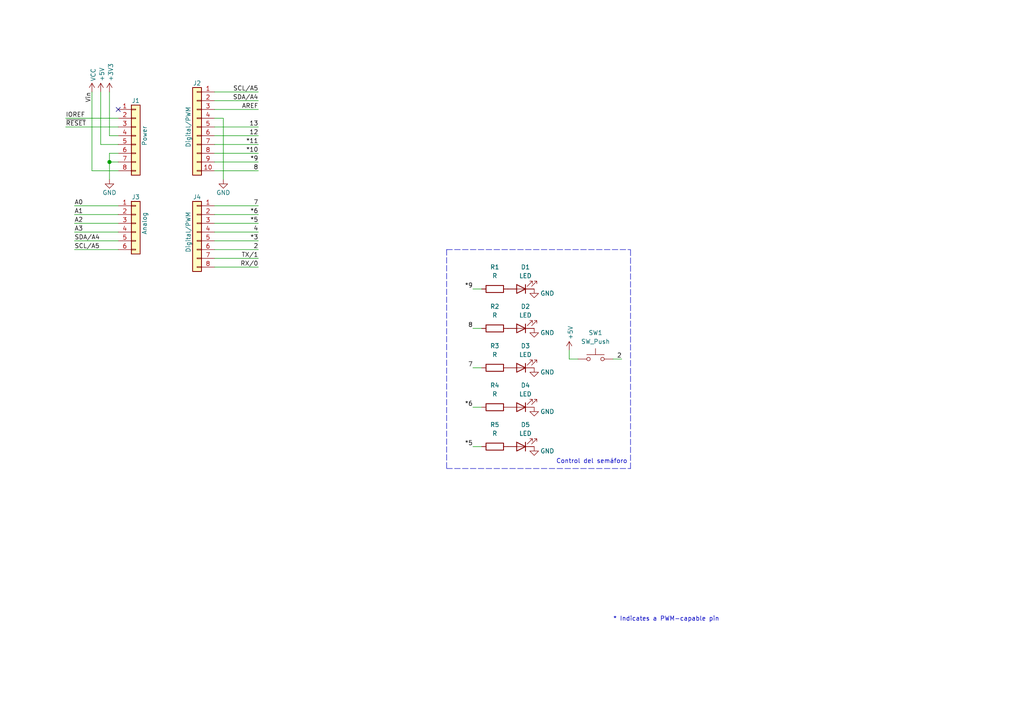
<source format=kicad_sch>
(kicad_sch (version 20211123) (generator eeschema)

  (uuid e63e39d7-6ac0-4ffd-8aa3-1841a4541b55)

  (paper "A4")

  (title_block
    (title "Shield de semáforo para Arduino UNO")
    (date "2024-05-30")
    (rev "1.0")
  )

  (lib_symbols
    (symbol "Connector_Generic:Conn_01x06" (pin_names (offset 1.016) hide) (in_bom yes) (on_board yes)
      (property "Reference" "J" (id 0) (at 0 7.62 0)
        (effects (font (size 1.27 1.27)))
      )
      (property "Value" "Conn_01x06" (id 1) (at 0 -10.16 0)
        (effects (font (size 1.27 1.27)))
      )
      (property "Footprint" "" (id 2) (at 0 0 0)
        (effects (font (size 1.27 1.27)) hide)
      )
      (property "Datasheet" "~" (id 3) (at 0 0 0)
        (effects (font (size 1.27 1.27)) hide)
      )
      (property "ki_keywords" "connector" (id 4) (at 0 0 0)
        (effects (font (size 1.27 1.27)) hide)
      )
      (property "ki_description" "Generic connector, single row, 01x06, script generated (kicad-library-utils/schlib/autogen/connector/)" (id 5) (at 0 0 0)
        (effects (font (size 1.27 1.27)) hide)
      )
      (property "ki_fp_filters" "Connector*:*_1x??_*" (id 6) (at 0 0 0)
        (effects (font (size 1.27 1.27)) hide)
      )
      (symbol "Conn_01x06_1_1"
        (rectangle (start -1.27 -7.493) (end 0 -7.747)
          (stroke (width 0.1524) (type default) (color 0 0 0 0))
          (fill (type none))
        )
        (rectangle (start -1.27 -4.953) (end 0 -5.207)
          (stroke (width 0.1524) (type default) (color 0 0 0 0))
          (fill (type none))
        )
        (rectangle (start -1.27 -2.413) (end 0 -2.667)
          (stroke (width 0.1524) (type default) (color 0 0 0 0))
          (fill (type none))
        )
        (rectangle (start -1.27 0.127) (end 0 -0.127)
          (stroke (width 0.1524) (type default) (color 0 0 0 0))
          (fill (type none))
        )
        (rectangle (start -1.27 2.667) (end 0 2.413)
          (stroke (width 0.1524) (type default) (color 0 0 0 0))
          (fill (type none))
        )
        (rectangle (start -1.27 5.207) (end 0 4.953)
          (stroke (width 0.1524) (type default) (color 0 0 0 0))
          (fill (type none))
        )
        (rectangle (start -1.27 6.35) (end 1.27 -8.89)
          (stroke (width 0.254) (type default) (color 0 0 0 0))
          (fill (type background))
        )
        (pin passive line (at -5.08 5.08 0) (length 3.81)
          (name "Pin_1" (effects (font (size 1.27 1.27))))
          (number "1" (effects (font (size 1.27 1.27))))
        )
        (pin passive line (at -5.08 2.54 0) (length 3.81)
          (name "Pin_2" (effects (font (size 1.27 1.27))))
          (number "2" (effects (font (size 1.27 1.27))))
        )
        (pin passive line (at -5.08 0 0) (length 3.81)
          (name "Pin_3" (effects (font (size 1.27 1.27))))
          (number "3" (effects (font (size 1.27 1.27))))
        )
        (pin passive line (at -5.08 -2.54 0) (length 3.81)
          (name "Pin_4" (effects (font (size 1.27 1.27))))
          (number "4" (effects (font (size 1.27 1.27))))
        )
        (pin passive line (at -5.08 -5.08 0) (length 3.81)
          (name "Pin_5" (effects (font (size 1.27 1.27))))
          (number "5" (effects (font (size 1.27 1.27))))
        )
        (pin passive line (at -5.08 -7.62 0) (length 3.81)
          (name "Pin_6" (effects (font (size 1.27 1.27))))
          (number "6" (effects (font (size 1.27 1.27))))
        )
      )
    )
    (symbol "Connector_Generic:Conn_01x08" (pin_names (offset 1.016) hide) (in_bom yes) (on_board yes)
      (property "Reference" "J" (id 0) (at 0 10.16 0)
        (effects (font (size 1.27 1.27)))
      )
      (property "Value" "Conn_01x08" (id 1) (at 0 -12.7 0)
        (effects (font (size 1.27 1.27)))
      )
      (property "Footprint" "" (id 2) (at 0 0 0)
        (effects (font (size 1.27 1.27)) hide)
      )
      (property "Datasheet" "~" (id 3) (at 0 0 0)
        (effects (font (size 1.27 1.27)) hide)
      )
      (property "ki_keywords" "connector" (id 4) (at 0 0 0)
        (effects (font (size 1.27 1.27)) hide)
      )
      (property "ki_description" "Generic connector, single row, 01x08, script generated (kicad-library-utils/schlib/autogen/connector/)" (id 5) (at 0 0 0)
        (effects (font (size 1.27 1.27)) hide)
      )
      (property "ki_fp_filters" "Connector*:*_1x??_*" (id 6) (at 0 0 0)
        (effects (font (size 1.27 1.27)) hide)
      )
      (symbol "Conn_01x08_1_1"
        (rectangle (start -1.27 -10.033) (end 0 -10.287)
          (stroke (width 0.1524) (type default) (color 0 0 0 0))
          (fill (type none))
        )
        (rectangle (start -1.27 -7.493) (end 0 -7.747)
          (stroke (width 0.1524) (type default) (color 0 0 0 0))
          (fill (type none))
        )
        (rectangle (start -1.27 -4.953) (end 0 -5.207)
          (stroke (width 0.1524) (type default) (color 0 0 0 0))
          (fill (type none))
        )
        (rectangle (start -1.27 -2.413) (end 0 -2.667)
          (stroke (width 0.1524) (type default) (color 0 0 0 0))
          (fill (type none))
        )
        (rectangle (start -1.27 0.127) (end 0 -0.127)
          (stroke (width 0.1524) (type default) (color 0 0 0 0))
          (fill (type none))
        )
        (rectangle (start -1.27 2.667) (end 0 2.413)
          (stroke (width 0.1524) (type default) (color 0 0 0 0))
          (fill (type none))
        )
        (rectangle (start -1.27 5.207) (end 0 4.953)
          (stroke (width 0.1524) (type default) (color 0 0 0 0))
          (fill (type none))
        )
        (rectangle (start -1.27 7.747) (end 0 7.493)
          (stroke (width 0.1524) (type default) (color 0 0 0 0))
          (fill (type none))
        )
        (rectangle (start -1.27 8.89) (end 1.27 -11.43)
          (stroke (width 0.254) (type default) (color 0 0 0 0))
          (fill (type background))
        )
        (pin passive line (at -5.08 7.62 0) (length 3.81)
          (name "Pin_1" (effects (font (size 1.27 1.27))))
          (number "1" (effects (font (size 1.27 1.27))))
        )
        (pin passive line (at -5.08 5.08 0) (length 3.81)
          (name "Pin_2" (effects (font (size 1.27 1.27))))
          (number "2" (effects (font (size 1.27 1.27))))
        )
        (pin passive line (at -5.08 2.54 0) (length 3.81)
          (name "Pin_3" (effects (font (size 1.27 1.27))))
          (number "3" (effects (font (size 1.27 1.27))))
        )
        (pin passive line (at -5.08 0 0) (length 3.81)
          (name "Pin_4" (effects (font (size 1.27 1.27))))
          (number "4" (effects (font (size 1.27 1.27))))
        )
        (pin passive line (at -5.08 -2.54 0) (length 3.81)
          (name "Pin_5" (effects (font (size 1.27 1.27))))
          (number "5" (effects (font (size 1.27 1.27))))
        )
        (pin passive line (at -5.08 -5.08 0) (length 3.81)
          (name "Pin_6" (effects (font (size 1.27 1.27))))
          (number "6" (effects (font (size 1.27 1.27))))
        )
        (pin passive line (at -5.08 -7.62 0) (length 3.81)
          (name "Pin_7" (effects (font (size 1.27 1.27))))
          (number "7" (effects (font (size 1.27 1.27))))
        )
        (pin passive line (at -5.08 -10.16 0) (length 3.81)
          (name "Pin_8" (effects (font (size 1.27 1.27))))
          (number "8" (effects (font (size 1.27 1.27))))
        )
      )
    )
    (symbol "Connector_Generic:Conn_01x10" (pin_names (offset 1.016) hide) (in_bom yes) (on_board yes)
      (property "Reference" "J" (id 0) (at 0 12.7 0)
        (effects (font (size 1.27 1.27)))
      )
      (property "Value" "Conn_01x10" (id 1) (at 0 -15.24 0)
        (effects (font (size 1.27 1.27)))
      )
      (property "Footprint" "" (id 2) (at 0 0 0)
        (effects (font (size 1.27 1.27)) hide)
      )
      (property "Datasheet" "~" (id 3) (at 0 0 0)
        (effects (font (size 1.27 1.27)) hide)
      )
      (property "ki_keywords" "connector" (id 4) (at 0 0 0)
        (effects (font (size 1.27 1.27)) hide)
      )
      (property "ki_description" "Generic connector, single row, 01x10, script generated (kicad-library-utils/schlib/autogen/connector/)" (id 5) (at 0 0 0)
        (effects (font (size 1.27 1.27)) hide)
      )
      (property "ki_fp_filters" "Connector*:*_1x??_*" (id 6) (at 0 0 0)
        (effects (font (size 1.27 1.27)) hide)
      )
      (symbol "Conn_01x10_1_1"
        (rectangle (start -1.27 -12.573) (end 0 -12.827)
          (stroke (width 0.1524) (type default) (color 0 0 0 0))
          (fill (type none))
        )
        (rectangle (start -1.27 -10.033) (end 0 -10.287)
          (stroke (width 0.1524) (type default) (color 0 0 0 0))
          (fill (type none))
        )
        (rectangle (start -1.27 -7.493) (end 0 -7.747)
          (stroke (width 0.1524) (type default) (color 0 0 0 0))
          (fill (type none))
        )
        (rectangle (start -1.27 -4.953) (end 0 -5.207)
          (stroke (width 0.1524) (type default) (color 0 0 0 0))
          (fill (type none))
        )
        (rectangle (start -1.27 -2.413) (end 0 -2.667)
          (stroke (width 0.1524) (type default) (color 0 0 0 0))
          (fill (type none))
        )
        (rectangle (start -1.27 0.127) (end 0 -0.127)
          (stroke (width 0.1524) (type default) (color 0 0 0 0))
          (fill (type none))
        )
        (rectangle (start -1.27 2.667) (end 0 2.413)
          (stroke (width 0.1524) (type default) (color 0 0 0 0))
          (fill (type none))
        )
        (rectangle (start -1.27 5.207) (end 0 4.953)
          (stroke (width 0.1524) (type default) (color 0 0 0 0))
          (fill (type none))
        )
        (rectangle (start -1.27 7.747) (end 0 7.493)
          (stroke (width 0.1524) (type default) (color 0 0 0 0))
          (fill (type none))
        )
        (rectangle (start -1.27 10.287) (end 0 10.033)
          (stroke (width 0.1524) (type default) (color 0 0 0 0))
          (fill (type none))
        )
        (rectangle (start -1.27 11.43) (end 1.27 -13.97)
          (stroke (width 0.254) (type default) (color 0 0 0 0))
          (fill (type background))
        )
        (pin passive line (at -5.08 10.16 0) (length 3.81)
          (name "Pin_1" (effects (font (size 1.27 1.27))))
          (number "1" (effects (font (size 1.27 1.27))))
        )
        (pin passive line (at -5.08 -12.7 0) (length 3.81)
          (name "Pin_10" (effects (font (size 1.27 1.27))))
          (number "10" (effects (font (size 1.27 1.27))))
        )
        (pin passive line (at -5.08 7.62 0) (length 3.81)
          (name "Pin_2" (effects (font (size 1.27 1.27))))
          (number "2" (effects (font (size 1.27 1.27))))
        )
        (pin passive line (at -5.08 5.08 0) (length 3.81)
          (name "Pin_3" (effects (font (size 1.27 1.27))))
          (number "3" (effects (font (size 1.27 1.27))))
        )
        (pin passive line (at -5.08 2.54 0) (length 3.81)
          (name "Pin_4" (effects (font (size 1.27 1.27))))
          (number "4" (effects (font (size 1.27 1.27))))
        )
        (pin passive line (at -5.08 0 0) (length 3.81)
          (name "Pin_5" (effects (font (size 1.27 1.27))))
          (number "5" (effects (font (size 1.27 1.27))))
        )
        (pin passive line (at -5.08 -2.54 0) (length 3.81)
          (name "Pin_6" (effects (font (size 1.27 1.27))))
          (number "6" (effects (font (size 1.27 1.27))))
        )
        (pin passive line (at -5.08 -5.08 0) (length 3.81)
          (name "Pin_7" (effects (font (size 1.27 1.27))))
          (number "7" (effects (font (size 1.27 1.27))))
        )
        (pin passive line (at -5.08 -7.62 0) (length 3.81)
          (name "Pin_8" (effects (font (size 1.27 1.27))))
          (number "8" (effects (font (size 1.27 1.27))))
        )
        (pin passive line (at -5.08 -10.16 0) (length 3.81)
          (name "Pin_9" (effects (font (size 1.27 1.27))))
          (number "9" (effects (font (size 1.27 1.27))))
        )
      )
    )
    (symbol "Device:LED" (pin_numbers hide) (pin_names (offset 1.016) hide) (in_bom yes) (on_board yes)
      (property "Reference" "D" (id 0) (at 0 2.54 0)
        (effects (font (size 1.27 1.27)))
      )
      (property "Value" "LED" (id 1) (at 0 -2.54 0)
        (effects (font (size 1.27 1.27)))
      )
      (property "Footprint" "" (id 2) (at 0 0 0)
        (effects (font (size 1.27 1.27)) hide)
      )
      (property "Datasheet" "~" (id 3) (at 0 0 0)
        (effects (font (size 1.27 1.27)) hide)
      )
      (property "ki_keywords" "LED diode" (id 4) (at 0 0 0)
        (effects (font (size 1.27 1.27)) hide)
      )
      (property "ki_description" "Light emitting diode" (id 5) (at 0 0 0)
        (effects (font (size 1.27 1.27)) hide)
      )
      (property "ki_fp_filters" "LED* LED_SMD:* LED_THT:*" (id 6) (at 0 0 0)
        (effects (font (size 1.27 1.27)) hide)
      )
      (symbol "LED_0_1"
        (polyline
          (pts
            (xy -1.27 -1.27)
            (xy -1.27 1.27)
          )
          (stroke (width 0.254) (type default) (color 0 0 0 0))
          (fill (type none))
        )
        (polyline
          (pts
            (xy -1.27 0)
            (xy 1.27 0)
          )
          (stroke (width 0) (type default) (color 0 0 0 0))
          (fill (type none))
        )
        (polyline
          (pts
            (xy 1.27 -1.27)
            (xy 1.27 1.27)
            (xy -1.27 0)
            (xy 1.27 -1.27)
          )
          (stroke (width 0.254) (type default) (color 0 0 0 0))
          (fill (type none))
        )
        (polyline
          (pts
            (xy -3.048 -0.762)
            (xy -4.572 -2.286)
            (xy -3.81 -2.286)
            (xy -4.572 -2.286)
            (xy -4.572 -1.524)
          )
          (stroke (width 0) (type default) (color 0 0 0 0))
          (fill (type none))
        )
        (polyline
          (pts
            (xy -1.778 -0.762)
            (xy -3.302 -2.286)
            (xy -2.54 -2.286)
            (xy -3.302 -2.286)
            (xy -3.302 -1.524)
          )
          (stroke (width 0) (type default) (color 0 0 0 0))
          (fill (type none))
        )
      )
      (symbol "LED_1_1"
        (pin passive line (at -3.81 0 0) (length 2.54)
          (name "K" (effects (font (size 1.27 1.27))))
          (number "1" (effects (font (size 1.27 1.27))))
        )
        (pin passive line (at 3.81 0 180) (length 2.54)
          (name "A" (effects (font (size 1.27 1.27))))
          (number "2" (effects (font (size 1.27 1.27))))
        )
      )
    )
    (symbol "Device:R" (pin_numbers hide) (pin_names (offset 0)) (in_bom yes) (on_board yes)
      (property "Reference" "R" (id 0) (at 2.032 0 90)
        (effects (font (size 1.27 1.27)))
      )
      (property "Value" "R" (id 1) (at 0 0 90)
        (effects (font (size 1.27 1.27)))
      )
      (property "Footprint" "" (id 2) (at -1.778 0 90)
        (effects (font (size 1.27 1.27)) hide)
      )
      (property "Datasheet" "~" (id 3) (at 0 0 0)
        (effects (font (size 1.27 1.27)) hide)
      )
      (property "ki_keywords" "R res resistor" (id 4) (at 0 0 0)
        (effects (font (size 1.27 1.27)) hide)
      )
      (property "ki_description" "Resistor" (id 5) (at 0 0 0)
        (effects (font (size 1.27 1.27)) hide)
      )
      (property "ki_fp_filters" "R_*" (id 6) (at 0 0 0)
        (effects (font (size 1.27 1.27)) hide)
      )
      (symbol "R_0_1"
        (rectangle (start -1.016 -2.54) (end 1.016 2.54)
          (stroke (width 0.254) (type default) (color 0 0 0 0))
          (fill (type none))
        )
      )
      (symbol "R_1_1"
        (pin passive line (at 0 3.81 270) (length 1.27)
          (name "~" (effects (font (size 1.27 1.27))))
          (number "1" (effects (font (size 1.27 1.27))))
        )
        (pin passive line (at 0 -3.81 90) (length 1.27)
          (name "~" (effects (font (size 1.27 1.27))))
          (number "2" (effects (font (size 1.27 1.27))))
        )
      )
    )
    (symbol "Switch:SW_Push" (pin_numbers hide) (pin_names (offset 1.016) hide) (in_bom yes) (on_board yes)
      (property "Reference" "SW" (id 0) (at 1.27 2.54 0)
        (effects (font (size 1.27 1.27)) (justify left))
      )
      (property "Value" "SW_Push" (id 1) (at 0 -1.524 0)
        (effects (font (size 1.27 1.27)))
      )
      (property "Footprint" "" (id 2) (at 0 5.08 0)
        (effects (font (size 1.27 1.27)) hide)
      )
      (property "Datasheet" "~" (id 3) (at 0 5.08 0)
        (effects (font (size 1.27 1.27)) hide)
      )
      (property "ki_keywords" "switch normally-open pushbutton push-button" (id 4) (at 0 0 0)
        (effects (font (size 1.27 1.27)) hide)
      )
      (property "ki_description" "Push button switch, generic, two pins" (id 5) (at 0 0 0)
        (effects (font (size 1.27 1.27)) hide)
      )
      (symbol "SW_Push_0_1"
        (circle (center -2.032 0) (radius 0.508)
          (stroke (width 0) (type default) (color 0 0 0 0))
          (fill (type none))
        )
        (polyline
          (pts
            (xy 0 1.27)
            (xy 0 3.048)
          )
          (stroke (width 0) (type default) (color 0 0 0 0))
          (fill (type none))
        )
        (polyline
          (pts
            (xy 2.54 1.27)
            (xy -2.54 1.27)
          )
          (stroke (width 0) (type default) (color 0 0 0 0))
          (fill (type none))
        )
        (circle (center 2.032 0) (radius 0.508)
          (stroke (width 0) (type default) (color 0 0 0 0))
          (fill (type none))
        )
        (pin passive line (at -5.08 0 0) (length 2.54)
          (name "1" (effects (font (size 1.27 1.27))))
          (number "1" (effects (font (size 1.27 1.27))))
        )
        (pin passive line (at 5.08 0 180) (length 2.54)
          (name "2" (effects (font (size 1.27 1.27))))
          (number "2" (effects (font (size 1.27 1.27))))
        )
      )
    )
    (symbol "power:+3V3" (power) (pin_names (offset 0)) (in_bom yes) (on_board yes)
      (property "Reference" "#PWR" (id 0) (at 0 -3.81 0)
        (effects (font (size 1.27 1.27)) hide)
      )
      (property "Value" "+3V3" (id 1) (at 0 3.556 0)
        (effects (font (size 1.27 1.27)))
      )
      (property "Footprint" "" (id 2) (at 0 0 0)
        (effects (font (size 1.27 1.27)) hide)
      )
      (property "Datasheet" "" (id 3) (at 0 0 0)
        (effects (font (size 1.27 1.27)) hide)
      )
      (property "ki_keywords" "power-flag" (id 4) (at 0 0 0)
        (effects (font (size 1.27 1.27)) hide)
      )
      (property "ki_description" "Power symbol creates a global label with name \"+3V3\"" (id 5) (at 0 0 0)
        (effects (font (size 1.27 1.27)) hide)
      )
      (symbol "+3V3_0_1"
        (polyline
          (pts
            (xy -0.762 1.27)
            (xy 0 2.54)
          )
          (stroke (width 0) (type default) (color 0 0 0 0))
          (fill (type none))
        )
        (polyline
          (pts
            (xy 0 0)
            (xy 0 2.54)
          )
          (stroke (width 0) (type default) (color 0 0 0 0))
          (fill (type none))
        )
        (polyline
          (pts
            (xy 0 2.54)
            (xy 0.762 1.27)
          )
          (stroke (width 0) (type default) (color 0 0 0 0))
          (fill (type none))
        )
      )
      (symbol "+3V3_1_1"
        (pin power_in line (at 0 0 90) (length 0) hide
          (name "+3V3" (effects (font (size 1.27 1.27))))
          (number "1" (effects (font (size 1.27 1.27))))
        )
      )
    )
    (symbol "power:+5V" (power) (pin_names (offset 0)) (in_bom yes) (on_board yes)
      (property "Reference" "#PWR" (id 0) (at 0 -3.81 0)
        (effects (font (size 1.27 1.27)) hide)
      )
      (property "Value" "+5V" (id 1) (at 0 3.556 0)
        (effects (font (size 1.27 1.27)))
      )
      (property "Footprint" "" (id 2) (at 0 0 0)
        (effects (font (size 1.27 1.27)) hide)
      )
      (property "Datasheet" "" (id 3) (at 0 0 0)
        (effects (font (size 1.27 1.27)) hide)
      )
      (property "ki_keywords" "power-flag" (id 4) (at 0 0 0)
        (effects (font (size 1.27 1.27)) hide)
      )
      (property "ki_description" "Power symbol creates a global label with name \"+5V\"" (id 5) (at 0 0 0)
        (effects (font (size 1.27 1.27)) hide)
      )
      (symbol "+5V_0_1"
        (polyline
          (pts
            (xy -0.762 1.27)
            (xy 0 2.54)
          )
          (stroke (width 0) (type default) (color 0 0 0 0))
          (fill (type none))
        )
        (polyline
          (pts
            (xy 0 0)
            (xy 0 2.54)
          )
          (stroke (width 0) (type default) (color 0 0 0 0))
          (fill (type none))
        )
        (polyline
          (pts
            (xy 0 2.54)
            (xy 0.762 1.27)
          )
          (stroke (width 0) (type default) (color 0 0 0 0))
          (fill (type none))
        )
      )
      (symbol "+5V_1_1"
        (pin power_in line (at 0 0 90) (length 0) hide
          (name "+5V" (effects (font (size 1.27 1.27))))
          (number "1" (effects (font (size 1.27 1.27))))
        )
      )
    )
    (symbol "power:GND" (power) (pin_names (offset 0)) (in_bom yes) (on_board yes)
      (property "Reference" "#PWR" (id 0) (at 0 -6.35 0)
        (effects (font (size 1.27 1.27)) hide)
      )
      (property "Value" "GND" (id 1) (at 0 -3.81 0)
        (effects (font (size 1.27 1.27)))
      )
      (property "Footprint" "" (id 2) (at 0 0 0)
        (effects (font (size 1.27 1.27)) hide)
      )
      (property "Datasheet" "" (id 3) (at 0 0 0)
        (effects (font (size 1.27 1.27)) hide)
      )
      (property "ki_keywords" "power-flag" (id 4) (at 0 0 0)
        (effects (font (size 1.27 1.27)) hide)
      )
      (property "ki_description" "Power symbol creates a global label with name \"GND\" , ground" (id 5) (at 0 0 0)
        (effects (font (size 1.27 1.27)) hide)
      )
      (symbol "GND_0_1"
        (polyline
          (pts
            (xy 0 0)
            (xy 0 -1.27)
            (xy 1.27 -1.27)
            (xy 0 -2.54)
            (xy -1.27 -1.27)
            (xy 0 -1.27)
          )
          (stroke (width 0) (type default) (color 0 0 0 0))
          (fill (type none))
        )
      )
      (symbol "GND_1_1"
        (pin power_in line (at 0 0 270) (length 0) hide
          (name "GND" (effects (font (size 1.27 1.27))))
          (number "1" (effects (font (size 1.27 1.27))))
        )
      )
    )
    (symbol "power:VCC" (power) (pin_names (offset 0)) (in_bom yes) (on_board yes)
      (property "Reference" "#PWR" (id 0) (at 0 -3.81 0)
        (effects (font (size 1.27 1.27)) hide)
      )
      (property "Value" "VCC" (id 1) (at 0 3.81 0)
        (effects (font (size 1.27 1.27)))
      )
      (property "Footprint" "" (id 2) (at 0 0 0)
        (effects (font (size 1.27 1.27)) hide)
      )
      (property "Datasheet" "" (id 3) (at 0 0 0)
        (effects (font (size 1.27 1.27)) hide)
      )
      (property "ki_keywords" "power-flag" (id 4) (at 0 0 0)
        (effects (font (size 1.27 1.27)) hide)
      )
      (property "ki_description" "Power symbol creates a global label with name \"VCC\"" (id 5) (at 0 0 0)
        (effects (font (size 1.27 1.27)) hide)
      )
      (symbol "VCC_0_1"
        (polyline
          (pts
            (xy -0.762 1.27)
            (xy 0 2.54)
          )
          (stroke (width 0) (type default) (color 0 0 0 0))
          (fill (type none))
        )
        (polyline
          (pts
            (xy 0 0)
            (xy 0 2.54)
          )
          (stroke (width 0) (type default) (color 0 0 0 0))
          (fill (type none))
        )
        (polyline
          (pts
            (xy 0 2.54)
            (xy 0.762 1.27)
          )
          (stroke (width 0) (type default) (color 0 0 0 0))
          (fill (type none))
        )
      )
      (symbol "VCC_1_1"
        (pin power_in line (at 0 0 90) (length 0) hide
          (name "VCC" (effects (font (size 1.27 1.27))))
          (number "1" (effects (font (size 1.27 1.27))))
        )
      )
    )
  )


  (junction (at 31.75 46.99) (diameter 1.016) (color 0 0 0 0)
    (uuid 3dcc657b-55a1-48e0-9667-e01e7b6b08b5)
  )

  (no_connect (at 34.29 31.75) (uuid d181157c-7812-47e5-a0cf-9580c905fc86))

  (wire (pts (xy 62.23 77.47) (xy 74.93 77.47))
    (stroke (width 0) (type solid) (color 0 0 0 0))
    (uuid 010ba307-2067-49d3-b0fa-6414143f3fc2)
  )
  (wire (pts (xy 62.23 44.45) (xy 74.93 44.45))
    (stroke (width 0) (type solid) (color 0 0 0 0))
    (uuid 09480ba4-37da-45e3-b9fe-6beebf876349)
  )
  (wire (pts (xy 62.23 26.67) (xy 74.93 26.67))
    (stroke (width 0) (type solid) (color 0 0 0 0))
    (uuid 0f5d2189-4ead-42fa-8f7a-cfa3af4de132)
  )
  (wire (pts (xy 165.1 104.14) (xy 165.1 101.6))
    (stroke (width 0) (type default) (color 0 0 0 0))
    (uuid 15962704-c321-405c-8141-38b1fb443c6c)
  )
  (wire (pts (xy 177.8 104.14) (xy 180.34 104.14))
    (stroke (width 0) (type default) (color 0 0 0 0))
    (uuid 1675be6d-1de6-4a32-a64d-6be05354a366)
  )
  (wire (pts (xy 31.75 44.45) (xy 31.75 46.99))
    (stroke (width 0) (type solid) (color 0 0 0 0))
    (uuid 1c31b835-925f-4a5c-92df-8f2558bb711b)
  )
  (wire (pts (xy 21.59 72.39) (xy 34.29 72.39))
    (stroke (width 0) (type solid) (color 0 0 0 0))
    (uuid 20854542-d0b0-4be7-af02-0e5fceb34e01)
  )
  (wire (pts (xy 31.75 46.99) (xy 31.75 52.07))
    (stroke (width 0) (type solid) (color 0 0 0 0))
    (uuid 2df788b2-ce68-49bc-a497-4b6570a17f30)
  )
  (wire (pts (xy 31.75 39.37) (xy 34.29 39.37))
    (stroke (width 0) (type solid) (color 0 0 0 0))
    (uuid 3334b11d-5a13-40b4-a117-d693c543e4ab)
  )
  (wire (pts (xy 29.21 41.91) (xy 34.29 41.91))
    (stroke (width 0) (type solid) (color 0 0 0 0))
    (uuid 3661f80c-fef8-4441-83be-df8930b3b45e)
  )
  (wire (pts (xy 29.21 26.67) (xy 29.21 41.91))
    (stroke (width 0) (type solid) (color 0 0 0 0))
    (uuid 392bf1f6-bf67-427d-8d4c-0a87cb757556)
  )
  (wire (pts (xy 167.64 104.14) (xy 165.1 104.14))
    (stroke (width 0) (type default) (color 0 0 0 0))
    (uuid 3dfdc4ff-c10a-4314-8cac-f00ef9542b64)
  )
  (wire (pts (xy 62.23 36.83) (xy 74.93 36.83))
    (stroke (width 0) (type solid) (color 0 0 0 0))
    (uuid 4227fa6f-c399-4f14-8228-23e39d2b7e7d)
  )
  (wire (pts (xy 31.75 26.67) (xy 31.75 39.37))
    (stroke (width 0) (type solid) (color 0 0 0 0))
    (uuid 442fb4de-4d55-45de-bc27-3e6222ceb890)
  )
  (wire (pts (xy 62.23 59.69) (xy 74.93 59.69))
    (stroke (width 0) (type solid) (color 0 0 0 0))
    (uuid 4455ee2e-5642-42c1-a83b-f7e65fa0c2f1)
  )
  (wire (pts (xy 34.29 59.69) (xy 21.59 59.69))
    (stroke (width 0) (type solid) (color 0 0 0 0))
    (uuid 486ca832-85f4-4989-b0f4-569faf9be534)
  )
  (wire (pts (xy 62.23 39.37) (xy 74.93 39.37))
    (stroke (width 0) (type solid) (color 0 0 0 0))
    (uuid 4a910b57-a5cd-4105-ab4f-bde2a80d4f00)
  )
  (wire (pts (xy 62.23 62.23) (xy 74.93 62.23))
    (stroke (width 0) (type solid) (color 0 0 0 0))
    (uuid 4e60e1af-19bd-45a0-b418-b7030b594dde)
  )
  (polyline (pts (xy 129.54 135.89) (xy 182.88 135.89))
    (stroke (width 0) (type default) (color 0 0 0 0))
    (uuid 5bf6272f-296e-40cb-9a07-e6f77d855ec6)
  )

  (wire (pts (xy 62.23 46.99) (xy 74.93 46.99))
    (stroke (width 0) (type solid) (color 0 0 0 0))
    (uuid 63f2b71b-521b-4210-bf06-ed65e330fccc)
  )
  (wire (pts (xy 62.23 67.31) (xy 74.93 67.31))
    (stroke (width 0) (type solid) (color 0 0 0 0))
    (uuid 6bb3ea5f-9e60-4add-9d97-244be2cf61d2)
  )
  (polyline (pts (xy 129.54 72.39) (xy 182.88 72.39))
    (stroke (width 0) (type default) (color 0 0 0 0))
    (uuid 6edd7a00-606f-4f7d-8138-9617ffe69645)
  )

  (wire (pts (xy 19.05 34.29) (xy 34.29 34.29))
    (stroke (width 0) (type solid) (color 0 0 0 0))
    (uuid 73d4774c-1387-4550-b580-a1cc0ac89b89)
  )
  (wire (pts (xy 137.16 83.82) (xy 139.7 83.82))
    (stroke (width 0) (type default) (color 0 0 0 0))
    (uuid 7ce9bbbd-87be-4d9f-a95b-3084b85e1ea2)
  )
  (polyline (pts (xy 182.88 135.89) (xy 182.88 72.39))
    (stroke (width 0) (type default) (color 0 0 0 0))
    (uuid 7e276b04-4600-4345-912f-a10cd4745943)
  )

  (wire (pts (xy 64.77 34.29) (xy 64.77 52.07))
    (stroke (width 0) (type solid) (color 0 0 0 0))
    (uuid 84ce350c-b0c1-4e69-9ab2-f7ec7b8bb312)
  )
  (wire (pts (xy 62.23 31.75) (xy 74.93 31.75))
    (stroke (width 0) (type solid) (color 0 0 0 0))
    (uuid 8a3d35a2-f0f6-4dec-a606-7c8e288ca828)
  )
  (wire (pts (xy 34.29 64.77) (xy 21.59 64.77))
    (stroke (width 0) (type solid) (color 0 0 0 0))
    (uuid 9377eb1a-3b12-438c-8ebd-f86ace1e8d25)
  )
  (wire (pts (xy 19.05 36.83) (xy 34.29 36.83))
    (stroke (width 0) (type solid) (color 0 0 0 0))
    (uuid 93e52853-9d1e-4afe-aee8-b825ab9f5d09)
  )
  (wire (pts (xy 137.16 106.68) (xy 139.7 106.68))
    (stroke (width 0) (type default) (color 0 0 0 0))
    (uuid 970de7da-06ec-4ed4-8f86-d581aeb22920)
  )
  (wire (pts (xy 34.29 46.99) (xy 31.75 46.99))
    (stroke (width 0) (type solid) (color 0 0 0 0))
    (uuid 97df9ac9-dbb8-472e-b84f-3684d0eb5efc)
  )
  (polyline (pts (xy 129.54 72.39) (xy 129.54 135.89))
    (stroke (width 0) (type default) (color 0 0 0 0))
    (uuid 9e2e6a54-5c4c-4d35-b4f7-f5ea78f2bbe9)
  )

  (wire (pts (xy 34.29 49.53) (xy 26.67 49.53))
    (stroke (width 0) (type solid) (color 0 0 0 0))
    (uuid a7518f9d-05df-4211-ba17-5d615f04ec46)
  )
  (wire (pts (xy 21.59 62.23) (xy 34.29 62.23))
    (stroke (width 0) (type solid) (color 0 0 0 0))
    (uuid aab97e46-23d6-4cbf-8684-537b94306d68)
  )
  (wire (pts (xy 137.16 129.54) (xy 139.7 129.54))
    (stroke (width 0) (type default) (color 0 0 0 0))
    (uuid b1a0fcb6-5f5e-47f0-8974-da0ddf68e9e9)
  )
  (wire (pts (xy 137.16 95.25) (xy 139.7 95.25))
    (stroke (width 0) (type default) (color 0 0 0 0))
    (uuid b1f97c13-50f8-4684-b53a-dfb15ce39510)
  )
  (wire (pts (xy 62.23 34.29) (xy 64.77 34.29))
    (stroke (width 0) (type solid) (color 0 0 0 0))
    (uuid bcbc7302-8a54-4b9b-98b9-f277f1b20941)
  )
  (wire (pts (xy 137.16 118.11) (xy 139.7 118.11))
    (stroke (width 0) (type default) (color 0 0 0 0))
    (uuid bf27ffde-3029-45ef-a354-942466652078)
  )
  (wire (pts (xy 34.29 44.45) (xy 31.75 44.45))
    (stroke (width 0) (type solid) (color 0 0 0 0))
    (uuid c12796ad-cf20-466f-9ab3-9cf441392c32)
  )
  (wire (pts (xy 62.23 41.91) (xy 74.93 41.91))
    (stroke (width 0) (type solid) (color 0 0 0 0))
    (uuid c722a1ff-12f1-49e5-88a4-44ffeb509ca2)
  )
  (wire (pts (xy 62.23 64.77) (xy 74.93 64.77))
    (stroke (width 0) (type solid) (color 0 0 0 0))
    (uuid cfe99980-2d98-4372-b495-04c53027340b)
  )
  (wire (pts (xy 21.59 67.31) (xy 34.29 67.31))
    (stroke (width 0) (type solid) (color 0 0 0 0))
    (uuid d3042136-2605-44b2-aebb-5484a9c90933)
  )
  (wire (pts (xy 62.23 29.21) (xy 74.93 29.21))
    (stroke (width 0) (type solid) (color 0 0 0 0))
    (uuid e7278977-132b-4777-9eb4-7d93363a4379)
  )
  (wire (pts (xy 62.23 72.39) (xy 74.93 72.39))
    (stroke (width 0) (type solid) (color 0 0 0 0))
    (uuid e9bdd59b-3252-4c44-a357-6fa1af0c210c)
  )
  (wire (pts (xy 62.23 69.85) (xy 74.93 69.85))
    (stroke (width 0) (type solid) (color 0 0 0 0))
    (uuid ec76dcc9-9949-4dda-bd76-046204829cb4)
  )
  (wire (pts (xy 62.23 74.93) (xy 74.93 74.93))
    (stroke (width 0) (type solid) (color 0 0 0 0))
    (uuid f853d1d4-c722-44df-98bf-4a6114204628)
  )
  (wire (pts (xy 26.67 49.53) (xy 26.67 26.67))
    (stroke (width 0) (type solid) (color 0 0 0 0))
    (uuid f8de70cd-e47d-4e80-8f3a-077e9df93aa8)
  )
  (wire (pts (xy 34.29 69.85) (xy 21.59 69.85))
    (stroke (width 0) (type solid) (color 0 0 0 0))
    (uuid fc39c32d-65b8-4d16-9db5-de89c54a1206)
  )
  (wire (pts (xy 62.23 49.53) (xy 74.93 49.53))
    (stroke (width 0) (type solid) (color 0 0 0 0))
    (uuid fe837306-92d0-4847-ad21-76c47ae932d1)
  )

  (text "Control del semáforo" (at 161.29 134.62 0)
    (effects (font (size 1.27 1.27)) (justify left bottom))
    (uuid 21524a77-32bc-4c52-94e1-5f77493f6d05)
  )
  (text "* Indicates a PWM-capable pin" (at 177.8 180.34 0)
    (effects (font (size 1.27 1.27)) (justify left bottom))
    (uuid c364973a-9a67-4667-8185-a3a5c6c6cbdf)
  )

  (label "RX{slash}0" (at 74.93 77.47 180)
    (effects (font (size 1.27 1.27)) (justify right bottom))
    (uuid 01ea9310-cf66-436b-9b89-1a2f4237b59e)
  )
  (label "A2" (at 21.59 64.77 0)
    (effects (font (size 1.27 1.27)) (justify left bottom))
    (uuid 09251fd4-af37-4d86-8951-1faaac710ffa)
  )
  (label "4" (at 74.93 67.31 180)
    (effects (font (size 1.27 1.27)) (justify right bottom))
    (uuid 0d8cfe6d-11bf-42b9-9752-f9a5a76bce7e)
  )
  (label "*6" (at 137.16 118.11 180)
    (effects (font (size 1.27 1.27)) (justify right bottom))
    (uuid 15bfc03d-9577-46a6-aba7-537881da003f)
  )
  (label "2" (at 74.93 72.39 180)
    (effects (font (size 1.27 1.27)) (justify right bottom))
    (uuid 23f0c933-49f0-4410-a8db-8b017f48dadc)
  )
  (label "A3" (at 21.59 67.31 0)
    (effects (font (size 1.27 1.27)) (justify left bottom))
    (uuid 2c60ab74-0590-423b-8921-6f3212a358d2)
  )
  (label "13" (at 74.93 36.83 180)
    (effects (font (size 1.27 1.27)) (justify right bottom))
    (uuid 35bc5b35-b7b2-44d5-bbed-557f428649b2)
  )
  (label "12" (at 74.93 39.37 180)
    (effects (font (size 1.27 1.27)) (justify right bottom))
    (uuid 3ffaa3b1-1d78-4c7b-bdf9-f1a8019c92fd)
  )
  (label "~{RESET}" (at 19.05 36.83 0)
    (effects (font (size 1.27 1.27)) (justify left bottom))
    (uuid 49585dba-cfa7-4813-841e-9d900d43ecf4)
  )
  (label "*10" (at 74.93 44.45 180)
    (effects (font (size 1.27 1.27)) (justify right bottom))
    (uuid 54be04e4-fffa-4f7f-8a5f-d0de81314e8f)
  )
  (label "*5" (at 137.16 129.54 180)
    (effects (font (size 1.27 1.27)) (justify right bottom))
    (uuid 6be1568a-3555-40b0-9504-6d17c355be08)
  )
  (label "7" (at 74.93 59.69 180)
    (effects (font (size 1.27 1.27)) (justify right bottom))
    (uuid 873d2c88-519e-482f-a3ed-2484e5f9417e)
  )
  (label "SDA{slash}A4" (at 74.93 29.21 180)
    (effects (font (size 1.27 1.27)) (justify right bottom))
    (uuid 8885a9dc-224d-44c5-8601-05c1d9983e09)
  )
  (label "8" (at 74.93 49.53 180)
    (effects (font (size 1.27 1.27)) (justify right bottom))
    (uuid 89b0e564-e7aa-4224-80c9-3f0614fede8f)
  )
  (label "7" (at 137.16 106.68 180)
    (effects (font (size 1.27 1.27)) (justify right bottom))
    (uuid 8c866f18-d1ad-47aa-99e8-ab190e084a9a)
  )
  (label "*11" (at 74.93 41.91 180)
    (effects (font (size 1.27 1.27)) (justify right bottom))
    (uuid 9ad5a781-2469-4c8f-8abf-a1c3586f7cb7)
  )
  (label "*3" (at 74.93 69.85 180)
    (effects (font (size 1.27 1.27)) (justify right bottom))
    (uuid 9cccf5f9-68a4-4e61-b418-6185dd6a5f9a)
  )
  (label "A1" (at 21.59 62.23 0)
    (effects (font (size 1.27 1.27)) (justify left bottom))
    (uuid acc9991b-1bdd-4544-9a08-4037937485cb)
  )
  (label "TX{slash}1" (at 74.93 74.93 180)
    (effects (font (size 1.27 1.27)) (justify right bottom))
    (uuid ae2c9582-b445-44bd-b371-7fc74f6cf852)
  )
  (label "A0" (at 21.59 59.69 0)
    (effects (font (size 1.27 1.27)) (justify left bottom))
    (uuid ba02dc27-26a3-4648-b0aa-06b6dcaf001f)
  )
  (label "AREF" (at 74.93 31.75 180)
    (effects (font (size 1.27 1.27)) (justify right bottom))
    (uuid bbf52cf8-6d97-4499-a9ee-3657cebcdabf)
  )
  (label "Vin" (at 26.67 26.67 270)
    (effects (font (size 1.27 1.27)) (justify right bottom))
    (uuid c348793d-eec0-4f33-9b91-2cae8b4224a4)
  )
  (label "*6" (at 74.93 62.23 180)
    (effects (font (size 1.27 1.27)) (justify right bottom))
    (uuid c775d4e8-c37b-4e73-90c1-1c8d36333aac)
  )
  (label "SCL{slash}A5" (at 74.93 26.67 180)
    (effects (font (size 1.27 1.27)) (justify right bottom))
    (uuid cba886fc-172a-42fe-8e4c-daace6eaef8e)
  )
  (label "*9" (at 74.93 46.99 180)
    (effects (font (size 1.27 1.27)) (justify right bottom))
    (uuid ccb58899-a82d-403c-b30b-ee351d622e9c)
  )
  (label "8" (at 137.16 95.25 180)
    (effects (font (size 1.27 1.27)) (justify right bottom))
    (uuid d256fbad-6fec-44f0-b9bb-3233dc545bcb)
  )
  (label "*9" (at 137.16 83.82 180)
    (effects (font (size 1.27 1.27)) (justify right bottom))
    (uuid d4676bc4-5b73-4a16-8b49-4267d2006a89)
  )
  (label "2" (at 180.34 104.14 180)
    (effects (font (size 1.27 1.27)) (justify right bottom))
    (uuid d8cf4fb4-01a1-4c82-8776-cae8eeab3ee2)
  )
  (label "*5" (at 74.93 64.77 180)
    (effects (font (size 1.27 1.27)) (justify right bottom))
    (uuid d9a65242-9c26-45cd-9a55-3e69f0d77784)
  )
  (label "IOREF" (at 19.05 34.29 0)
    (effects (font (size 1.27 1.27)) (justify left bottom))
    (uuid de819ae4-b245-474b-a426-865ba877b8a2)
  )
  (label "SDA{slash}A4" (at 21.59 69.85 0)
    (effects (font (size 1.27 1.27)) (justify left bottom))
    (uuid e7ce99b8-ca22-4c56-9e55-39d32c709f3c)
  )
  (label "SCL{slash}A5" (at 21.59 72.39 0)
    (effects (font (size 1.27 1.27)) (justify left bottom))
    (uuid ea5aa60b-a25e-41a1-9e06-c7b6f957567f)
  )

  (symbol (lib_id "Connector_Generic:Conn_01x08") (at 39.37 39.37 0) (unit 1)
    (in_bom yes) (on_board yes)
    (uuid 00000000-0000-0000-0000-000056d71773)
    (property "Reference" "J1" (id 0) (at 39.37 29.21 0))
    (property "Value" "Power" (id 1) (at 41.91 39.37 90))
    (property "Footprint" "Connector_PinSocket_2.54mm:PinSocket_1x08_P2.54mm_Vertical" (id 2) (at 39.37 39.37 0)
      (effects (font (size 1.27 1.27)) hide)
    )
    (property "Datasheet" "" (id 3) (at 39.37 39.37 0))
    (pin "1" (uuid d4c02b7e-3be7-4193-a989-fb40130f3319))
    (pin "2" (uuid 1d9f20f8-8d42-4e3d-aece-4c12cc80d0d3))
    (pin "3" (uuid 4801b550-c773-45a3-9bc6-15a3e9341f08))
    (pin "4" (uuid fbe5a73e-5be6-45ba-85f2-2891508cd936))
    (pin "5" (uuid 8f0d2977-6611-4bfc-9a74-1791861e9159))
    (pin "6" (uuid 270f30a7-c159-467b-ab5f-aee66a24a8c7))
    (pin "7" (uuid 760eb2a5-8bbd-4298-88f0-2b1528e020ff))
    (pin "8" (uuid 6a44a55c-6ae0-4d79-b4a1-52d3e48a7065))
  )

  (symbol (lib_id "power:+3V3") (at 31.75 26.67 0) (unit 1)
    (in_bom yes) (on_board yes)
    (uuid 00000000-0000-0000-0000-000056d71aa9)
    (property "Reference" "#PWR03" (id 0) (at 31.75 30.48 0)
      (effects (font (size 1.27 1.27)) hide)
    )
    (property "Value" "+3.3V" (id 1) (at 32.131 23.622 90)
      (effects (font (size 1.27 1.27)) (justify left))
    )
    (property "Footprint" "" (id 2) (at 31.75 26.67 0))
    (property "Datasheet" "" (id 3) (at 31.75 26.67 0))
    (pin "1" (uuid 25f7f7e2-1fc6-41d8-a14b-2d2742e98c50))
  )

  (symbol (lib_id "power:+5V") (at 29.21 26.67 0) (unit 1)
    (in_bom yes) (on_board yes)
    (uuid 00000000-0000-0000-0000-000056d71d10)
    (property "Reference" "#PWR02" (id 0) (at 29.21 30.48 0)
      (effects (font (size 1.27 1.27)) hide)
    )
    (property "Value" "+5V" (id 1) (at 29.5656 23.622 90)
      (effects (font (size 1.27 1.27)) (justify left))
    )
    (property "Footprint" "" (id 2) (at 29.21 26.67 0))
    (property "Datasheet" "" (id 3) (at 29.21 26.67 0))
    (pin "1" (uuid fdd33dcf-399e-4ac6-99f5-9ccff615cf55))
  )

  (symbol (lib_id "power:GND") (at 31.75 52.07 0) (unit 1)
    (in_bom yes) (on_board yes)
    (uuid 00000000-0000-0000-0000-000056d721e6)
    (property "Reference" "#PWR04" (id 0) (at 31.75 58.42 0)
      (effects (font (size 1.27 1.27)) hide)
    )
    (property "Value" "GND" (id 1) (at 31.75 55.88 0))
    (property "Footprint" "" (id 2) (at 31.75 52.07 0))
    (property "Datasheet" "" (id 3) (at 31.75 52.07 0))
    (pin "1" (uuid 87fd47b6-2ebb-4b03-a4f0-be8b5717bf68))
  )

  (symbol (lib_id "Connector_Generic:Conn_01x10") (at 57.15 36.83 0) (mirror y) (unit 1)
    (in_bom yes) (on_board yes)
    (uuid 00000000-0000-0000-0000-000056d72368)
    (property "Reference" "J2" (id 0) (at 57.15 24.13 0))
    (property "Value" "Digital/PWM" (id 1) (at 54.61 36.83 90))
    (property "Footprint" "Connector_PinSocket_2.54mm:PinSocket_1x10_P2.54mm_Vertical" (id 2) (at 57.15 36.83 0)
      (effects (font (size 1.27 1.27)) hide)
    )
    (property "Datasheet" "" (id 3) (at 57.15 36.83 0))
    (pin "1" (uuid 479c0210-c5dd-4420-aa63-d8c5247cc255))
    (pin "10" (uuid 69b11fa8-6d66-48cf-aa54-1a3009033625))
    (pin "2" (uuid 013a3d11-607f-4568-bbac-ce1ce9ce9f7a))
    (pin "3" (uuid 92bea09f-8c05-493b-981e-5298e629b225))
    (pin "4" (uuid 66c1cab1-9206-4430-914c-14dcf23db70f))
    (pin "5" (uuid e264de4a-49ca-4afe-b718-4f94ad734148))
    (pin "6" (uuid 03467115-7f58-481b-9fbc-afb2550dd13c))
    (pin "7" (uuid 9aa9dec0-f260-4bba-a6cf-25f804e6b111))
    (pin "8" (uuid a3a57bae-7391-4e6d-b628-e6aff8f8ed86))
    (pin "9" (uuid 00a2e9f5-f40a-49ba-91e4-cbef19d3b42b))
  )

  (symbol (lib_id "power:GND") (at 64.77 52.07 0) (unit 1)
    (in_bom yes) (on_board yes)
    (uuid 00000000-0000-0000-0000-000056d72a3d)
    (property "Reference" "#PWR05" (id 0) (at 64.77 58.42 0)
      (effects (font (size 1.27 1.27)) hide)
    )
    (property "Value" "GND" (id 1) (at 64.77 55.88 0))
    (property "Footprint" "" (id 2) (at 64.77 52.07 0))
    (property "Datasheet" "" (id 3) (at 64.77 52.07 0))
    (pin "1" (uuid dcc7d892-ae5b-4d8f-ab19-e541f0cf0497))
  )

  (symbol (lib_id "Connector_Generic:Conn_01x06") (at 39.37 64.77 0) (unit 1)
    (in_bom yes) (on_board yes)
    (uuid 00000000-0000-0000-0000-000056d72f1c)
    (property "Reference" "J3" (id 0) (at 39.37 57.15 0))
    (property "Value" "Analog" (id 1) (at 41.91 64.77 90))
    (property "Footprint" "Connector_PinSocket_2.54mm:PinSocket_1x06_P2.54mm_Vertical" (id 2) (at 39.37 64.77 0)
      (effects (font (size 1.27 1.27)) hide)
    )
    (property "Datasheet" "~" (id 3) (at 39.37 64.77 0)
      (effects (font (size 1.27 1.27)) hide)
    )
    (pin "1" (uuid 1e1d0a18-dba5-42d5-95e9-627b560e331d))
    (pin "2" (uuid 11423bda-2cc6-48db-b907-033a5ced98b7))
    (pin "3" (uuid 20a4b56c-be89-418e-a029-3b98e8beca2b))
    (pin "4" (uuid 163db149-f951-4db7-8045-a808c21d7a66))
    (pin "5" (uuid d47b8a11-7971-42ed-a188-2ff9f0b98c7a))
    (pin "6" (uuid 57b1224b-fab7-4047-863e-42b792ecf64b))
  )

  (symbol (lib_id "Connector_Generic:Conn_01x08") (at 57.15 67.31 0) (mirror y) (unit 1)
    (in_bom yes) (on_board yes)
    (uuid 00000000-0000-0000-0000-000056d734d0)
    (property "Reference" "J4" (id 0) (at 57.15 57.15 0))
    (property "Value" "Digital/PWM" (id 1) (at 54.61 67.31 90))
    (property "Footprint" "Connector_PinSocket_2.54mm:PinSocket_1x08_P2.54mm_Vertical" (id 2) (at 57.15 67.31 0)
      (effects (font (size 1.27 1.27)) hide)
    )
    (property "Datasheet" "" (id 3) (at 57.15 67.31 0))
    (pin "1" (uuid 5381a37b-26e9-4dc5-a1df-d5846cca7e02))
    (pin "2" (uuid a4e4eabd-ecd9-495d-83e1-d1e1e828ff74))
    (pin "3" (uuid b659d690-5ae4-4e88-8049-6e4694137cd1))
    (pin "4" (uuid 01e4a515-1e76-4ac0-8443-cb9dae94686e))
    (pin "5" (uuid fadf7cf0-7a5e-4d79-8b36-09596a4f1208))
    (pin "6" (uuid 848129ec-e7db-4164-95a7-d7b289ecb7c4))
    (pin "7" (uuid b7a20e44-a4b2-4578-93ae-e5a04c1f0135))
    (pin "8" (uuid c0cfa2f9-a894-4c72-b71e-f8c87c0a0712))
  )

  (symbol (lib_id "Device:R") (at 143.51 95.25 90) (unit 1)
    (in_bom yes) (on_board yes) (fields_autoplaced)
    (uuid 06b576d2-c674-43d6-9aa9-8b0439b15dea)
    (property "Reference" "R2" (id 0) (at 143.51 88.9 90))
    (property "Value" "R" (id 1) (at 143.51 91.44 90))
    (property "Footprint" "Resistor_SMD:R_2010_5025Metric" (id 2) (at 143.51 97.028 90)
      (effects (font (size 1.27 1.27)) hide)
    )
    (property "Datasheet" "~" (id 3) (at 143.51 95.25 0)
      (effects (font (size 1.27 1.27)) hide)
    )
    (pin "1" (uuid b07db144-e059-49eb-8e0c-d9ba9427cc15))
    (pin "2" (uuid 46bbb274-aca4-47f0-ad46-d65571ad69f8))
  )

  (symbol (lib_id "power:GND") (at 154.94 83.82 0) (unit 1)
    (in_bom yes) (on_board yes)
    (uuid 07b904bc-db15-4e42-a3d1-c72714b32b35)
    (property "Reference" "#PWR0102" (id 0) (at 154.94 90.17 0)
      (effects (font (size 1.27 1.27)) hide)
    )
    (property "Value" "GND" (id 1) (at 158.75 85.09 0))
    (property "Footprint" "" (id 2) (at 154.94 83.82 0)
      (effects (font (size 1.27 1.27)) hide)
    )
    (property "Datasheet" "" (id 3) (at 154.94 83.82 0)
      (effects (font (size 1.27 1.27)) hide)
    )
    (pin "1" (uuid c4498bd0-8aac-40c0-a26e-9b5140d91b2d))
  )

  (symbol (lib_id "Device:LED") (at 151.13 83.82 180) (unit 1)
    (in_bom yes) (on_board yes)
    (uuid 11b9da9b-4b95-4eca-a3ae-b4db75698d1f)
    (property "Reference" "D1" (id 0) (at 152.4 77.47 0))
    (property "Value" "LED" (id 1) (at 152.4 80.01 0))
    (property "Footprint" "LED_THT:LED_D3.0mm" (id 2) (at 151.13 83.82 0)
      (effects (font (size 1.27 1.27)) hide)
    )
    (property "Datasheet" "~" (id 3) (at 151.13 83.82 0)
      (effects (font (size 1.27 1.27)) hide)
    )
    (pin "1" (uuid 96478a64-297f-40e1-9815-c2f9eeb44959))
    (pin "2" (uuid 82efcc08-b6f9-4152-abcb-34fa9971f1c1))
  )

  (symbol (lib_id "Device:R") (at 143.51 83.82 90) (unit 1)
    (in_bom yes) (on_board yes) (fields_autoplaced)
    (uuid 1e588a73-a31a-4829-9e79-adb608bd1b9a)
    (property "Reference" "R1" (id 0) (at 143.51 77.47 90))
    (property "Value" "R" (id 1) (at 143.51 80.01 90))
    (property "Footprint" "Resistor_SMD:R_2010_5025Metric" (id 2) (at 143.51 85.598 90)
      (effects (font (size 1.27 1.27)) hide)
    )
    (property "Datasheet" "~" (id 3) (at 143.51 83.82 0)
      (effects (font (size 1.27 1.27)) hide)
    )
    (pin "1" (uuid 5a5b425f-da4a-4595-8ae5-483b959ae67c))
    (pin "2" (uuid f6a6863a-198a-4896-a2b0-99f1676930d6))
  )

  (symbol (lib_id "power:GND") (at 154.94 129.54 0) (unit 1)
    (in_bom yes) (on_board yes)
    (uuid 2525c2f5-97f9-466b-8898-b0be5a87ab77)
    (property "Reference" "#PWR0106" (id 0) (at 154.94 135.89 0)
      (effects (font (size 1.27 1.27)) hide)
    )
    (property "Value" "GND" (id 1) (at 158.75 130.81 0))
    (property "Footprint" "" (id 2) (at 154.94 129.54 0)
      (effects (font (size 1.27 1.27)) hide)
    )
    (property "Datasheet" "" (id 3) (at 154.94 129.54 0)
      (effects (font (size 1.27 1.27)) hide)
    )
    (pin "1" (uuid 40ce1e5e-4c86-4b24-920d-17b6f5c4ab2d))
  )

  (symbol (lib_id "Device:LED") (at 151.13 95.25 180) (unit 1)
    (in_bom yes) (on_board yes)
    (uuid 59731c7f-a5ce-4f2a-ab1c-b0f2c046d582)
    (property "Reference" "D2" (id 0) (at 152.4 88.9 0))
    (property "Value" "LED" (id 1) (at 152.4 91.44 0))
    (property "Footprint" "LED_THT:LED_D3.0mm" (id 2) (at 151.13 95.25 0)
      (effects (font (size 1.27 1.27)) hide)
    )
    (property "Datasheet" "~" (id 3) (at 151.13 95.25 0)
      (effects (font (size 1.27 1.27)) hide)
    )
    (pin "1" (uuid 9ed57b7a-cb24-4e17-a518-808857f90eac))
    (pin "2" (uuid fa859aa6-09fd-4ea9-b89a-b1629ff4375a))
  )

  (symbol (lib_id "power:VCC") (at 26.67 26.67 0) (unit 1)
    (in_bom yes) (on_board yes)
    (uuid 5ca20c89-dc15-4322-ac65-caf5d0f5fcce)
    (property "Reference" "#PWR01" (id 0) (at 26.67 30.48 0)
      (effects (font (size 1.27 1.27)) hide)
    )
    (property "Value" "VCC" (id 1) (at 27.051 23.622 90)
      (effects (font (size 1.27 1.27)) (justify left))
    )
    (property "Footprint" "" (id 2) (at 26.67 26.67 0)
      (effects (font (size 1.27 1.27)) hide)
    )
    (property "Datasheet" "" (id 3) (at 26.67 26.67 0)
      (effects (font (size 1.27 1.27)) hide)
    )
    (pin "1" (uuid 6bd03990-0c6f-47aa-a191-9be4dd5032ee))
  )

  (symbol (lib_id "Switch:SW_Push") (at 172.72 104.14 0) (unit 1)
    (in_bom yes) (on_board yes) (fields_autoplaced)
    (uuid 64a0ad12-eb46-4133-8a7e-58c505c00711)
    (property "Reference" "SW1" (id 0) (at 172.72 96.52 0))
    (property "Value" "SW_Push" (id 1) (at 172.72 99.06 0))
    (property "Footprint" "Button_Switch_THT:SW_PUSH_6mm" (id 2) (at 172.72 99.06 0)
      (effects (font (size 1.27 1.27)) hide)
    )
    (property "Datasheet" "~" (id 3) (at 172.72 99.06 0)
      (effects (font (size 1.27 1.27)) hide)
    )
    (pin "1" (uuid f5684e48-e0ed-430d-a1bb-6f288d2219d1))
    (pin "2" (uuid c08ca9bf-af89-4e36-91c2-f509f74c39ba))
  )

  (symbol (lib_id "Device:LED") (at 151.13 129.54 180) (unit 1)
    (in_bom yes) (on_board yes)
    (uuid 800da4ae-1c80-45f2-bab9-647d72deace1)
    (property "Reference" "D5" (id 0) (at 152.4 123.19 0))
    (property "Value" "LED" (id 1) (at 152.4 125.73 0))
    (property "Footprint" "LED_THT:LED_D1.8mm_W3.3mm_H2.4mm" (id 2) (at 151.13 129.54 0)
      (effects (font (size 1.27 1.27)) hide)
    )
    (property "Datasheet" "~" (id 3) (at 151.13 129.54 0)
      (effects (font (size 1.27 1.27)) hide)
    )
    (pin "1" (uuid ffc6b139-588d-4754-aef1-287c6b42323d))
    (pin "2" (uuid e9b29fbb-56cb-41e7-bc30-5920e1d8803a))
  )

  (symbol (lib_id "Device:R") (at 143.51 129.54 90) (unit 1)
    (in_bom yes) (on_board yes) (fields_autoplaced)
    (uuid 8182e892-a8e2-4f47-aa88-7d6a34d99a94)
    (property "Reference" "R5" (id 0) (at 143.51 123.19 90))
    (property "Value" "R" (id 1) (at 143.51 125.73 90))
    (property "Footprint" "Resistor_SMD:R_2010_5025Metric" (id 2) (at 143.51 131.318 90)
      (effects (font (size 1.27 1.27)) hide)
    )
    (property "Datasheet" "~" (id 3) (at 143.51 129.54 0)
      (effects (font (size 1.27 1.27)) hide)
    )
    (pin "1" (uuid dd3f36fb-a55e-4c55-b582-98311d94f9fe))
    (pin "2" (uuid 749b5291-9914-422d-b3ca-d21af468b0c4))
  )

  (symbol (lib_id "power:+5V") (at 165.1 101.6 0) (unit 1)
    (in_bom yes) (on_board yes)
    (uuid 8e6bafd6-dc69-4abe-af01-cb98b7a528ef)
    (property "Reference" "#PWR0101" (id 0) (at 165.1 105.41 0)
      (effects (font (size 1.27 1.27)) hide)
    )
    (property "Value" "+5V" (id 1) (at 165.4556 98.552 90)
      (effects (font (size 1.27 1.27)) (justify left))
    )
    (property "Footprint" "" (id 2) (at 165.1 101.6 0))
    (property "Datasheet" "" (id 3) (at 165.1 101.6 0))
    (pin "1" (uuid eefe9eb6-58a8-4dd5-9d61-8fe9b77af3d2))
  )

  (symbol (lib_id "Device:LED") (at 151.13 118.11 180) (unit 1)
    (in_bom yes) (on_board yes)
    (uuid a3067126-c44d-48b3-b7da-5a456f8edfb8)
    (property "Reference" "D4" (id 0) (at 152.4 111.76 0))
    (property "Value" "LED" (id 1) (at 152.4 114.3 0))
    (property "Footprint" "LED_THT:LED_D1.8mm_W3.3mm_H2.4mm" (id 2) (at 151.13 118.11 0)
      (effects (font (size 1.27 1.27)) hide)
    )
    (property "Datasheet" "~" (id 3) (at 151.13 118.11 0)
      (effects (font (size 1.27 1.27)) hide)
    )
    (pin "1" (uuid 55a10caa-3a99-4dff-9ab6-0319bf15d66c))
    (pin "2" (uuid f7b2dbbe-79c7-43e2-a307-0d9199a67d87))
  )

  (symbol (lib_id "Device:R") (at 143.51 118.11 90) (unit 1)
    (in_bom yes) (on_board yes)
    (uuid aea930d6-d7e5-4aba-814a-0815fe50591b)
    (property "Reference" "R4" (id 0) (at 143.51 111.76 90))
    (property "Value" "R" (id 1) (at 143.51 114.3 90))
    (property "Footprint" "Resistor_SMD:R_2010_5025Metric" (id 2) (at 143.51 119.888 90)
      (effects (font (size 1.27 1.27)) hide)
    )
    (property "Datasheet" "~" (id 3) (at 143.51 118.11 0)
      (effects (font (size 1.27 1.27)) hide)
    )
    (pin "1" (uuid cda300fd-c79a-4e1c-8b97-954966953c03))
    (pin "2" (uuid 72f446c0-a030-4f67-9dde-a4b3acffb03b))
  )

  (symbol (lib_id "Device:LED") (at 151.13 106.68 180) (unit 1)
    (in_bom yes) (on_board yes)
    (uuid b0f90138-693a-46fa-80a1-0a1ff223f617)
    (property "Reference" "D3" (id 0) (at 152.4 100.33 0))
    (property "Value" "LED" (id 1) (at 152.4 102.87 0))
    (property "Footprint" "LED_THT:LED_D3.0mm" (id 2) (at 151.13 106.68 0)
      (effects (font (size 1.27 1.27)) hide)
    )
    (property "Datasheet" "~" (id 3) (at 151.13 106.68 0)
      (effects (font (size 1.27 1.27)) hide)
    )
    (pin "1" (uuid 8f18284e-3bdc-4c32-ba54-5c85c4655e12))
    (pin "2" (uuid 8b5aa358-933c-406a-99e2-7947cc0bd3a0))
  )

  (symbol (lib_id "power:GND") (at 154.94 118.11 0) (unit 1)
    (in_bom yes) (on_board yes)
    (uuid c4a1efe8-149b-49c6-ade7-502d10a97346)
    (property "Reference" "#PWR0105" (id 0) (at 154.94 124.46 0)
      (effects (font (size 1.27 1.27)) hide)
    )
    (property "Value" "GND" (id 1) (at 158.75 119.38 0))
    (property "Footprint" "" (id 2) (at 154.94 118.11 0)
      (effects (font (size 1.27 1.27)) hide)
    )
    (property "Datasheet" "" (id 3) (at 154.94 118.11 0)
      (effects (font (size 1.27 1.27)) hide)
    )
    (pin "1" (uuid 1d7c56db-66c0-4d13-a2e2-8b58bd928ba4))
  )

  (symbol (lib_id "Device:R") (at 143.51 106.68 90) (unit 1)
    (in_bom yes) (on_board yes)
    (uuid d84366ab-e991-4f80-b909-e6a51c77fd26)
    (property "Reference" "R3" (id 0) (at 143.51 100.33 90))
    (property "Value" "R" (id 1) (at 143.51 102.87 90))
    (property "Footprint" "Resistor_SMD:R_2010_5025Metric" (id 2) (at 143.51 108.458 90)
      (effects (font (size 1.27 1.27)) hide)
    )
    (property "Datasheet" "~" (id 3) (at 143.51 106.68 0)
      (effects (font (size 1.27 1.27)) hide)
    )
    (pin "1" (uuid 6a880a68-0bd7-41e2-9b4b-dda75afef0c6))
    (pin "2" (uuid 84483aba-0215-47a3-8b42-fe957069eb39))
  )

  (symbol (lib_id "power:GND") (at 154.94 106.68 0) (unit 1)
    (in_bom yes) (on_board yes)
    (uuid ec6fe763-8304-4e0b-8ba0-b91887e729e5)
    (property "Reference" "#PWR0104" (id 0) (at 154.94 113.03 0)
      (effects (font (size 1.27 1.27)) hide)
    )
    (property "Value" "GND" (id 1) (at 158.75 107.95 0))
    (property "Footprint" "" (id 2) (at 154.94 106.68 0)
      (effects (font (size 1.27 1.27)) hide)
    )
    (property "Datasheet" "" (id 3) (at 154.94 106.68 0)
      (effects (font (size 1.27 1.27)) hide)
    )
    (pin "1" (uuid 3bd3311e-282d-4cb8-81c4-a733c68cbd62))
  )

  (symbol (lib_id "power:GND") (at 154.94 95.25 0) (unit 1)
    (in_bom yes) (on_board yes)
    (uuid f083ae90-6b5b-42a7-bc39-ea8974a1685d)
    (property "Reference" "#PWR0103" (id 0) (at 154.94 101.6 0)
      (effects (font (size 1.27 1.27)) hide)
    )
    (property "Value" "GND" (id 1) (at 158.75 96.52 0))
    (property "Footprint" "" (id 2) (at 154.94 95.25 0)
      (effects (font (size 1.27 1.27)) hide)
    )
    (property "Datasheet" "" (id 3) (at 154.94 95.25 0)
      (effects (font (size 1.27 1.27)) hide)
    )
    (pin "1" (uuid f848ff35-6ecd-485b-b997-bc71927ad4e9))
  )

  (sheet_instances
    (path "/" (page "1"))
  )

  (symbol_instances
    (path "/5ca20c89-dc15-4322-ac65-caf5d0f5fcce"
      (reference "#PWR01") (unit 1) (value "VCC") (footprint "")
    )
    (path "/00000000-0000-0000-0000-000056d71d10"
      (reference "#PWR02") (unit 1) (value "+5V") (footprint "")
    )
    (path "/00000000-0000-0000-0000-000056d71aa9"
      (reference "#PWR03") (unit 1) (value "+3.3V") (footprint "")
    )
    (path "/00000000-0000-0000-0000-000056d721e6"
      (reference "#PWR04") (unit 1) (value "GND") (footprint "")
    )
    (path "/00000000-0000-0000-0000-000056d72a3d"
      (reference "#PWR05") (unit 1) (value "GND") (footprint "")
    )
    (path "/8e6bafd6-dc69-4abe-af01-cb98b7a528ef"
      (reference "#PWR0101") (unit 1) (value "+5V") (footprint "")
    )
    (path "/07b904bc-db15-4e42-a3d1-c72714b32b35"
      (reference "#PWR0102") (unit 1) (value "GND") (footprint "")
    )
    (path "/f083ae90-6b5b-42a7-bc39-ea8974a1685d"
      (reference "#PWR0103") (unit 1) (value "GND") (footprint "")
    )
    (path "/ec6fe763-8304-4e0b-8ba0-b91887e729e5"
      (reference "#PWR0104") (unit 1) (value "GND") (footprint "")
    )
    (path "/c4a1efe8-149b-49c6-ade7-502d10a97346"
      (reference "#PWR0105") (unit 1) (value "GND") (footprint "")
    )
    (path "/2525c2f5-97f9-466b-8898-b0be5a87ab77"
      (reference "#PWR0106") (unit 1) (value "GND") (footprint "")
    )
    (path "/11b9da9b-4b95-4eca-a3ae-b4db75698d1f"
      (reference "D1") (unit 1) (value "LED") (footprint "LED_THT:LED_D3.0mm")
    )
    (path "/59731c7f-a5ce-4f2a-ab1c-b0f2c046d582"
      (reference "D2") (unit 1) (value "LED") (footprint "LED_THT:LED_D3.0mm")
    )
    (path "/b0f90138-693a-46fa-80a1-0a1ff223f617"
      (reference "D3") (unit 1) (value "LED") (footprint "LED_THT:LED_D3.0mm")
    )
    (path "/a3067126-c44d-48b3-b7da-5a456f8edfb8"
      (reference "D4") (unit 1) (value "LED") (footprint "LED_THT:LED_D1.8mm_W3.3mm_H2.4mm")
    )
    (path "/800da4ae-1c80-45f2-bab9-647d72deace1"
      (reference "D5") (unit 1) (value "LED") (footprint "LED_THT:LED_D1.8mm_W3.3mm_H2.4mm")
    )
    (path "/00000000-0000-0000-0000-000056d71773"
      (reference "J1") (unit 1) (value "Power") (footprint "Connector_PinSocket_2.54mm:PinSocket_1x08_P2.54mm_Vertical")
    )
    (path "/00000000-0000-0000-0000-000056d72368"
      (reference "J2") (unit 1) (value "Digital/PWM") (footprint "Connector_PinSocket_2.54mm:PinSocket_1x10_P2.54mm_Vertical")
    )
    (path "/00000000-0000-0000-0000-000056d72f1c"
      (reference "J3") (unit 1) (value "Analog") (footprint "Connector_PinSocket_2.54mm:PinSocket_1x06_P2.54mm_Vertical")
    )
    (path "/00000000-0000-0000-0000-000056d734d0"
      (reference "J4") (unit 1) (value "Digital/PWM") (footprint "Connector_PinSocket_2.54mm:PinSocket_1x08_P2.54mm_Vertical")
    )
    (path "/1e588a73-a31a-4829-9e79-adb608bd1b9a"
      (reference "R1") (unit 1) (value "R") (footprint "Resistor_SMD:R_2010_5025Metric")
    )
    (path "/06b576d2-c674-43d6-9aa9-8b0439b15dea"
      (reference "R2") (unit 1) (value "R") (footprint "Resistor_SMD:R_2010_5025Metric")
    )
    (path "/d84366ab-e991-4f80-b909-e6a51c77fd26"
      (reference "R3") (unit 1) (value "R") (footprint "Resistor_SMD:R_2010_5025Metric")
    )
    (path "/aea930d6-d7e5-4aba-814a-0815fe50591b"
      (reference "R4") (unit 1) (value "R") (footprint "Resistor_SMD:R_2010_5025Metric")
    )
    (path "/8182e892-a8e2-4f47-aa88-7d6a34d99a94"
      (reference "R5") (unit 1) (value "R") (footprint "Resistor_SMD:R_2010_5025Metric")
    )
    (path "/64a0ad12-eb46-4133-8a7e-58c505c00711"
      (reference "SW1") (unit 1) (value "SW_Push") (footprint "Button_Switch_THT:SW_PUSH_6mm")
    )
  )
)

</source>
